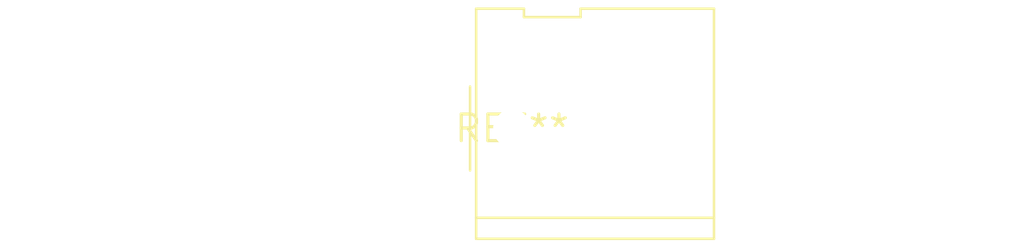
<source format=kicad_pcb>
(kicad_pcb (version 20240108) (generator pcbnew)
  (layers (0 "F.Cu" signal) (31 "B.Cu" signal) (34 "B.Paste" user) (35 "F.Paste" user) (36 "B.SilkS" user "B.Silkscreen") (37 "F.SilkS" user "F.Silkscreen") (38 "B.Mask" user) (39 "F.Mask" user) (44 "Edge.Cuts" user))
  (net 0 "")
  (footprint "Molex_KK-396_5273-03A_1x03_P3.96mm_Vertical" (layer "F.Cu") (at 0 0)
    (property "Reference" "REF**")
    (property "Value" "Molex_KK-396_5273-03A_1x03_P3.96mm_Vertical")
    (fp_line (start -2 -2) (end -2 2) (layer "F.SilkS") (stroke (width 0.12)))
    (fp_line (start -1.71 -5.71) (end 0.57 -5.71) (layer "F.SilkS") (stroke (width 0.12)))
    (fp_line (start -1.71 4.26) (end -1.71 -5.71) (layer "F.SilkS") (stroke (width 0.12)))
    (fp_line (start -1.71 4.26) (end 9.63 4.26) (layer "F.SilkS") (stroke (width 0.12)))
    (fp_line (start -1.71 5.26) (end -1.71 4.26) (layer "F.SilkS") (stroke (width 0.12)))
    (fp_line (start 0.57 -5.71) (end 0.57 -5.31) (layer "F.SilkS") (stroke (width 0.12)))
    (fp_line (start 0.57 -5.31) (end 3.27 -5.31) (layer "F.SilkS") (stroke (width 0.12)))
    (fp_line (start 3.27 -5.71) (end 9.63 -5.71) (layer "F.SilkS") (stroke (width 0.12)))
    (fp_line (start 3.27 -5.31) (end 3.27 -5.71) (layer "F.SilkS") (stroke (width 0.12)))
    (fp_line (start 9.63 -5.71) (end 9.63 5.26) (layer "F.SilkS") (stroke (width 0.12)))
    (fp_line (start 9.63 5.26) (end -1.71 5.26) (layer "F.SilkS") (stroke (width 0.12)))
    (pad "1" thru_hole roundrect (at 0 0) (size 3.16 4.2) (drill 1.8) (layers *.Cu *.Mask) (remove_unused_layers) (roundrect_rratio 0.079114))
    (pad "2" thru_hole oval (at 3.96 0) (size 3.16 4.2) (drill 1.8) (layers *.Cu *.Mask) (remove_unused_layers))
    (pad "3" thru_hole oval (at 7.92 0) (size 3.16 4.2) (drill 1.8) (layers *.Cu *.Mask) (remove_unused_layers))
  )
)
</source>
